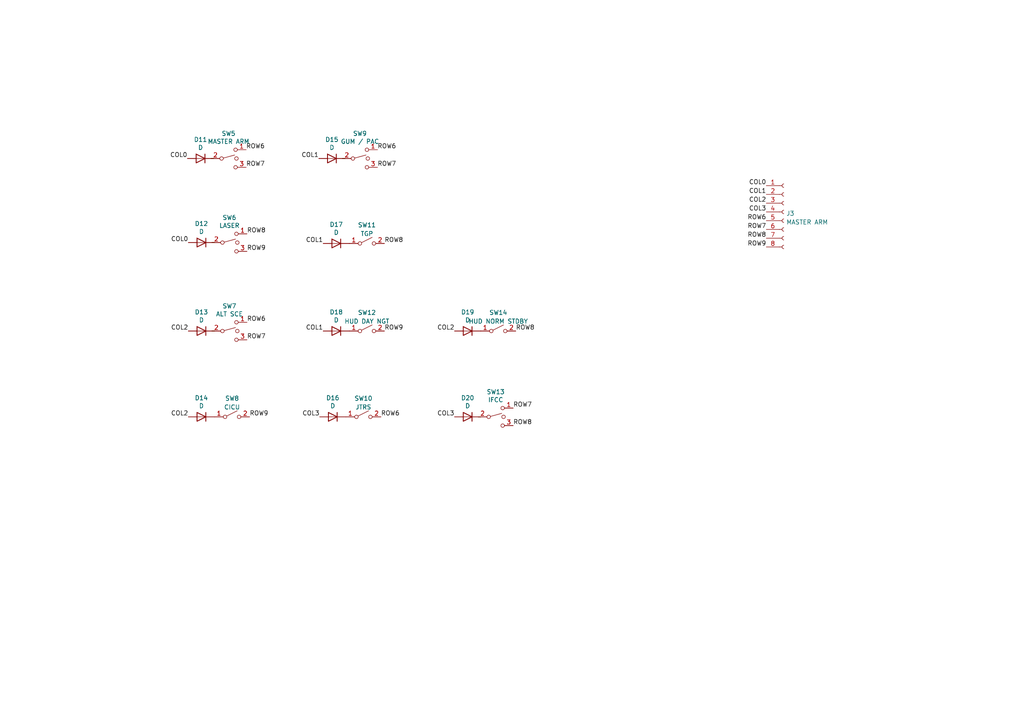
<source format=kicad_sch>
(kicad_sch (version 20230121) (generator eeschema)
  (paper "A4")
  (lib_symbols
    (symbol "Connector:Conn_01x08_Female" (pin_names (offset 1.016) hide)
      (property "Reference" "J" (at 0 10.16 0))
      (property "Value" "Conn_01x08_Female" (at 0 -12.7 0))
      (symbol "Conn_01x08_Female_1_1"
        (arc (start 0 -9.652) (mid -0.5058 -10.16) (end 0 -10.668) (stroke (width 0.1524)))
        (arc (start 0 -7.112) (mid -0.5058 -7.62) (end 0 -8.128) (stroke (width 0.1524)))
        (arc (start 0 -4.572) (mid -0.5058 -5.08) (end 0 -5.588) (stroke (width 0.1524)))
        (arc (start 0 -2.032) (mid -0.5058 -2.54) (end 0 -3.048) (stroke (width 0.1524)))
        (polyline (pts (xy -1.27 -10.16) (xy -0.508 -10.16)) (stroke (width 0.1524)))
        (polyline (pts (xy -1.27 -7.62) (xy -0.508 -7.62)) (stroke (width 0.1524)))
        (polyline (pts (xy -1.27 -5.08) (xy -0.508 -5.08)) (stroke (width 0.1524)))
        (polyline (pts (xy -1.27 -2.54) (xy -0.508 -2.54)) (stroke (width 0.1524)))
        (polyline (pts (xy -1.27 0) (xy -0.508 0)) (stroke (width 0.1524)))
        (polyline (pts (xy -1.27 2.54) (xy -0.508 2.54)) (stroke (width 0.1524)))
        (polyline (pts (xy -1.27 5.08) (xy -0.508 5.08)) (stroke (width 0.1524)))
        (polyline (pts (xy -1.27 7.62) (xy -0.508 7.62)) (stroke (width 0.1524)))
        (arc (start 0 0.508) (mid -0.5058 0) (end 0 -0.508) (stroke (width 0.1524)))
        (arc (start 0 3.048) (mid -0.5058 2.54) (end 0 2.032) (stroke (width 0.1524)))
        (arc (start 0 5.588) (mid -0.5058 5.08) (end 0 4.572) (stroke (width 0.1524)))
        (arc (start 0 8.128) (mid -0.5058 7.62) (end 0 7.112) (stroke (width 0.1524)))
        (pin passive line (at -5.08 7.62 0) (length 3.81) (name "Pin_1") (number "1"))
        (pin passive line (at -5.08 5.08 0) (length 3.81) (name "Pin_2") (number "2"))
        (pin passive line (at -5.08 2.54 0) (length 3.81) (name "Pin_3") (number "3"))
        (pin passive line (at -5.08 0 0) (length 3.81) (name "Pin_4") (number "4"))
        (pin passive line (at -5.08 -2.54 0) (length 3.81) (name "Pin_5") (number "5"))
        (pin passive line (at -5.08 -5.08 0) (length 3.81) (name "Pin_6") (number "6"))
        (pin passive line (at -5.08 -7.62 0) (length 3.81) (name "Pin_7") (number "7"))
        (pin passive line (at -5.08 -10.16 0) (length 3.81) (name "Pin_8") (number "8"))
      )
    )
    (symbol "Device:D" (pin_numbers hide) (pin_names (offset 1.016) hide)
      (property "Reference" "D" (at 0 2.54 0))
      (property "Value" "D" (at 0 -2.54 0))
      (symbol "D_0_1"
        (polyline (pts (xy -1.27 1.27) (xy -1.27 -1.27)) (stroke (width 0.254)))
        (polyline (pts (xy 1.27 0) (xy -1.27 0)))
        (polyline (pts (xy 1.27 1.27) (xy 1.27 -1.27) (xy -1.27 0) (xy 1.27 1.27)) (stroke (width 0.254)))
      )
      (symbol "D_1_1"
        (pin passive line (at -3.81 0 0) (length 2.54) (name "K") (number "1"))
        (pin passive line (at 3.81 0 180) (length 2.54) (name "A") (number "2"))
      )
    )
    (symbol "Switch:SW_SPDT_MSM" (pin_names (offset 0) hide)
      (property "Reference" "SW" (at 0 5.08 0))
      (property "Value" "SW_SPDT_MSM" (at 0 -5.08 0))
      (symbol "SW_SPDT_MSM_0_0"
        (circle (center -2.032 0) (radius 0.508))
        (polyline (pts (xy -1.524 0.127) (xy 1.778 1.016)))
        (circle (center 2.032 -2.54) (radius 0.508))
      )
      (symbol "SW_SPDT_MSM_0_1"
        (circle (center 2.032 2.54) (radius 0.508))
        (circle (center 2.286 0) (radius 0.508))
      )
      (symbol "SW_SPDT_MSM_1_1"
        (pin passive line (at 5.08 2.54 180) (length 2.54) (name "1") (number "1"))
        (pin passive line (at -5.08 0 0) (length 2.54) (name "2") (number "2"))
        (pin passive line (at 5.08 -2.54 180) (length 2.54) (name "3") (number "3"))
      )
    )
    (symbol "Switch:SW_SPST" (pin_names (offset 0) hide)
      (property "Reference" "SW" (at 0 3.175 0))
      (property "Value" "SW_SPST" (at 0 -2.54 0))
      (symbol "SW_SPST_0_0"
        (circle (center -2.032 0) (radius 0.508))
        (polyline (pts (xy -1.524 0.254) (xy 1.524 1.778)))
        (circle (center 2.032 0) (radius 0.508))
      )
      (symbol "SW_SPST_1_1"
        (pin passive line (at -5.08 0 0) (length 2.54) (name "A") (number "1"))
        (pin passive line (at 5.08 0 180) (length 2.54) (name "B") (number "2"))
      )
    )
  )
  (wire (pts (xy 61.976 45.974) (xy 61.214 45.974)))
  (wire (pts (xy 62.23 96.012) (xy 61.468 96.012)))
  (wire (pts (xy 62.23 70.358) (xy 61.468 70.358)))
  (wire (pts (xy 139.446 120.904) (xy 138.684 120.904)))
  (wire (pts (xy 100.076 45.974) (xy 99.314 45.974)))
  (label "ROW9" (at 222.25 71.628 180))
  (label "ROW9" (at 111.506 96.012 0))
  (label "COL2" (at 54.61 96.012 180))
  (label "COL3" (at 222.25 61.468 180))
  (label "COL2" (at 54.61 120.904 180))
  (label "COL0" (at 54.356 45.974 180))
  (label "COL1" (at 92.456 45.974 180))
  (label "COL3" (at 131.826 120.904 180))
  (label "ROW9" (at 71.628 72.898 0))
  (label "COL2" (at 131.826 96.012 180))
  (label "ROW6" (at 110.49 120.904 0))
  (label "COL0" (at 54.61 70.358 180))
  (label "ROW8" (at 71.628 67.818 0))
  (label "ROW7" (at 222.25 66.548 180))
  (label "ROW8" (at 111.506 70.612 0))
  (label "ROW7" (at 71.374 48.514 0))
  (label "ROW7" (at 109.474 48.514 0))
  (label "ROW6" (at 222.25 64.008 180))
  (label "COL0" (at 222.25 53.848 180))
  (label "ROW7" (at 148.844 118.364 0))
  (label "ROW8" (at 148.844 123.444 0))
  (label "COL3" (at 92.71 120.904 180))
  (label "ROW6" (at 71.374 43.434 0))
  (label "COL1" (at 222.25 56.388 180))
  (label "COL2" (at 222.25 58.928 180))
  (label "ROW8" (at 222.25 69.088 180))
  (label "ROW6" (at 71.628 93.472 0))
  (label "ROW9" (at 72.39 120.904 0))
  (label "ROW7" (at 71.628 98.552 0))
  (label "COL1" (at 93.726 96.012 180))
  (label "ROW6" (at 109.474 43.434 0))
  (label "ROW8" (at 149.606 96.012 0))
  (label "COL1" (at 93.726 70.612 180))
  (symbol (lib_id "Switch:SW_SPDT_MSM") (at 66.548 96.012 0) (unit 1)
    (property "Reference" "SW7" (at 66.548 88.773 0))
    (property "Value" "ALT SCE" (at 66.548 91.0844 0))
    (property "Footprint" "Connector_Molex:Molex_KK-254_AE-6410-03A_1x03_P2.54mm_Vertical" (effects hide))
  )
  (symbol (lib_id "Device:D") (at 97.536 70.612 0) (mirror y) (unit 1)
    (property "Reference" "D17" (at 97.536 65.1256 0))
    (property "Value" "D" (at 97.536 67.437 0))
    (property "Footprint" "Diode_THT:D_A-405_P7.62mm_Horizontal" (effects hide))
  )
  (symbol (lib_id "Device:D") (at 97.536 96.012 0) (mirror y) (unit 1)
    (property "Reference" "D18" (at 97.536 90.5256 0))
    (property "Value" "D" (at 97.536 92.837 0))
    (property "Footprint" "Diode_THT:D_A-405_P7.62mm_Horizontal" (effects hide))
  )
  (symbol (lib_id "Device:D") (at 58.42 70.358 0) (mirror y) (unit 1)
    (property "Reference" "D12" (at 58.42 64.8716 0))
    (property "Value" "D" (at 58.42 67.183 0))
    (property "Footprint" "Diode_THT:D_A-405_P7.62mm_Horizontal" (effects hide))
  )
  (symbol (lib_id "Device:D") (at 58.166 45.974 0) (mirror y) (unit 1)
    (property "Reference" "D11" (at 58.166 40.4876 0))
    (property "Value" "D" (at 58.166 42.799 0))
    (property "Footprint" "Diode_THT:D_A-405_P7.62mm_Horizontal" (effects hide))
  )
  (symbol (lib_id "Switch:SW_SPST") (at 106.426 96.012 0) (unit 1)
    (property "Reference" "SW12" (at 106.426 90.6612 0))
    (property "Value" "HUD DAY NGT" (at 106.426 93.1981 0))
  )
  (symbol (lib_id "Switch:SW_SPDT_MSM") (at 104.394 45.974 0) (unit 1)
    (property "Reference" "SW9" (at 104.394 38.735 0))
    (property "Value" "GUM / PAC" (at 104.394 41.0464 0))
    (property "Footprint" "Connector_Molex:Molex_KK-254_AE-6410-03A_1x03_P2.54mm_Vertical" (effects hide))
  )
  (symbol (lib_id "Switch:SW_SPST") (at 105.41 120.904 0) (unit 1)
    (property "Reference" "SW10" (at 105.41 115.5532 0))
    (property "Value" "JTRS" (at 105.41 118.0901 0))
  )
  (symbol (lib_id "Switch:SW_SPDT_MSM") (at 66.548 70.358 0) (unit 1)
    (property "Reference" "SW6" (at 66.548 63.119 0))
    (property "Value" "LASER" (at 66.548 65.4304 0))
    (property "Footprint" "Connector_Molex:Molex_KK-254_AE-6410-03A_1x03_P2.54mm_Vertical" (effects hide))
  )
  (symbol (lib_id "Switch:SW_SPDT_MSM") (at 66.294 45.974 0) (unit 1)
    (property "Reference" "SW5" (at 66.294 38.735 0))
    (property "Value" "MASTER ARM" (at 66.294 41.0464 0))
    (property "Footprint" "Connector_Molex:Molex_KK-254_AE-6410-03A_1x03_P2.54mm_Vertical" (effects hide))
  )
  (symbol (lib_id "Switch:SW_SPDT_MSM") (at 143.764 120.904 0) (unit 1)
    (property "Reference" "SW13" (at 143.764 113.665 0))
    (property "Value" "IFCC" (at 143.764 115.9764 0))
    (property "Footprint" "Connector_Molex:Molex_KK-254_AE-6410-03A_1x03_P2.54mm_Vertical" (effects hide))
  )
  (symbol (lib_id "Device:D") (at 96.52 120.904 0) (mirror y) (unit 1)
    (property "Reference" "D16" (at 96.52 115.4176 0))
    (property "Value" "D" (at 96.52 117.729 0))
    (property "Footprint" "Diode_THT:D_A-405_P7.62mm_Horizontal" (effects hide))
  )
  (symbol (lib_id "Device:D") (at 96.266 45.974 0) (mirror y) (unit 1)
    (property "Reference" "D15" (at 96.266 40.4876 0))
    (property "Value" "D" (at 96.266 42.799 0))
    (property "Footprint" "Diode_THT:D_A-405_P7.62mm_Horizontal" (effects hide))
  )
  (symbol (lib_id "Device:D") (at 58.42 120.904 0) (mirror y) (unit 1)
    (property "Reference" "D14" (at 58.42 115.4176 0))
    (property "Value" "D" (at 58.42 117.729 0))
    (property "Footprint" "Diode_THT:D_A-405_P7.62mm_Horizontal" (effects hide))
  )
  (symbol (lib_id "Switch:SW_SPST") (at 144.526 96.012 0) (unit 1)
    (property "Reference" "SW14" (at 144.526 90.6612 0))
    (property "Value" "HUD NORM STDBY" (at 144.526 93.1981 0))
  )
  (symbol (lib_id "Connector:Conn_01x08_Female") (at 227.33 61.468 0) (unit 1)
    (property "Reference" "J3" (at 228.0412 61.9033 0) (effects (justify left)))
    (property "Value" "MASTER ARM" (at 228.0412 64.4402 0) (effects (justify left)))
  )
  (symbol (lib_id "Switch:SW_SPST") (at 106.426 70.612 0) (unit 1)
    (property "Reference" "SW11" (at 106.426 65.2612 0))
    (property "Value" "TGP" (at 106.426 67.7981 0))
  )
  (symbol (lib_id "Device:D") (at 58.42 96.012 0) (mirror y) (unit 1)
    (property "Reference" "D13" (at 58.42 90.5256 0))
    (property "Value" "D" (at 58.42 92.837 0))
    (property "Footprint" "Diode_THT:D_A-405_P7.62mm_Horizontal" (effects hide))
  )
  (symbol (lib_id "Device:D") (at 135.636 96.012 0) (mirror y) (unit 1)
    (property "Reference" "D19" (at 135.636 90.5256 0))
    (property "Value" "D" (at 135.636 92.837 0))
    (property "Footprint" "Diode_THT:D_A-405_P7.62mm_Horizontal" (effects hide))
  )
  (symbol (lib_id "Switch:SW_SPST") (at 67.31 120.904 0) (unit 1)
    (property "Reference" "SW8" (at 67.31 115.5532 0))
    (property "Value" "CICU" (at 67.31 118.0901 0))
  )
  (symbol (lib_id "Device:D") (at 135.636 120.904 0) (mirror y) (unit 1)
    (property "Reference" "D20" (at 135.636 115.4176 0))
    (property "Value" "D" (at 135.636 117.729 0))
    (property "Footprint" "Diode_THT:D_A-405_P7.62mm_Horizontal" (effects hide))
  )
)
</source>
